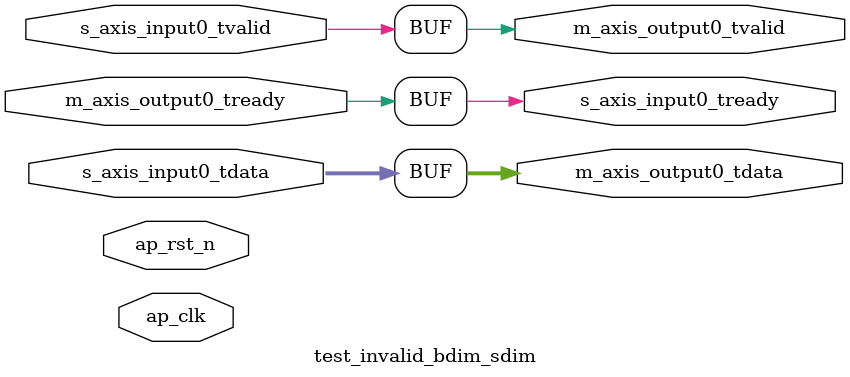
<source format=sv>


// INVALID pragmas on OUTPUT interface (should cause validation errors)
// @brainsmith BDIM m_axis_output0 OUTPUT0_BDIM
// @brainsmith SDIM m_axis_output0 OUTPUT0_SDIM

module test_invalid_bdim_sdim #(
    parameter INPUT0_WIDTH = 8,
    parameter OUTPUT0_WIDTH = 8,
    parameter INPUT0_BDIM = 16,
    parameter INPUT0_SDIM = 4,
    parameter OUTPUT0_BDIM = 8,
    parameter OUTPUT0_SDIM = 2,
    parameter C = 64,
    parameter PE = 4
)(
    input wire ap_clk,
    input wire ap_rst_n,
    
    input wire [INPUT0_WIDTH-1:0] s_axis_input0_tdata,
    input wire s_axis_input0_tvalid,
    output wire s_axis_input0_tready,
    
    output wire [OUTPUT0_WIDTH-1:0] m_axis_output0_tdata,
    output wire m_axis_output0_tvalid,
    input wire m_axis_output0_tready
);

// Simple operation
assign m_axis_output0_tdata = s_axis_input0_tdata;
assign m_axis_output0_tvalid = s_axis_input0_tvalid;
assign s_axis_input0_tready = m_axis_output0_tready;

endmodule
</source>
